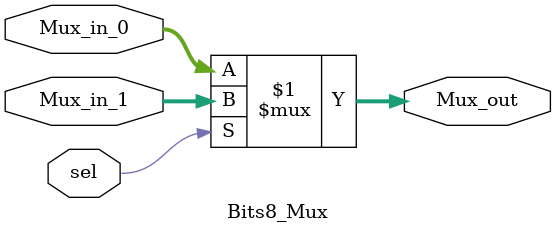
<source format=v>
module Bits8_Mux(
    //output
    output [7:0]Mux_out,
    //input
    input [7:0]Mux_in_0,
    input [7:0]Mux_in_1,
    input sel
);

assign Mux_out = (sel)? Mux_in_1: Mux_in_0;
endmodule
</source>
